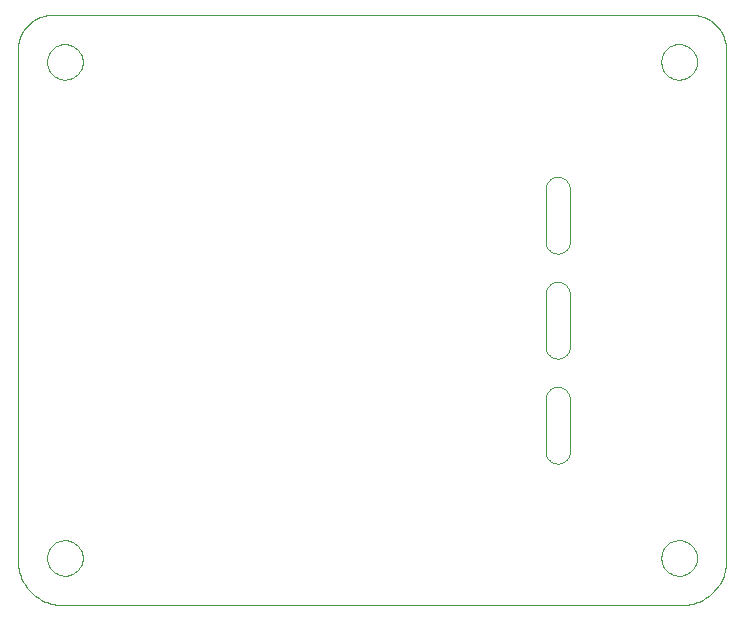
<source format=gm1>
G75*
%MOIN*%
%OFA0B0*%
%FSLAX24Y24*%
%IPPOS*%
%LPD*%
%AMOC8*
5,1,8,0,0,1.08239X$1,22.5*
%
%ADD10C,0.0000*%
D10*
X001600Y000100D02*
X022217Y000100D01*
X022293Y000102D01*
X022369Y000108D01*
X022445Y000117D01*
X022520Y000131D01*
X022594Y000148D01*
X022668Y000169D01*
X022740Y000194D01*
X022811Y000222D01*
X022880Y000254D01*
X022947Y000289D01*
X023013Y000328D01*
X023077Y000370D01*
X023138Y000415D01*
X023197Y000463D01*
X023254Y000514D01*
X023308Y000568D01*
X023359Y000625D01*
X023407Y000684D01*
X023452Y000745D01*
X023494Y000809D01*
X023533Y000875D01*
X023568Y000942D01*
X023600Y001011D01*
X023628Y001082D01*
X023653Y001154D01*
X023674Y001228D01*
X023691Y001302D01*
X023705Y001377D01*
X023714Y001453D01*
X023720Y001529D01*
X023722Y001605D01*
X023722Y018594D01*
X023720Y018661D01*
X023715Y018727D01*
X023705Y018793D01*
X023692Y018859D01*
X023675Y018924D01*
X023655Y018987D01*
X023631Y019050D01*
X023604Y019111D01*
X023573Y019170D01*
X023539Y019228D01*
X023502Y019283D01*
X023462Y019337D01*
X023419Y019388D01*
X023373Y019436D01*
X023325Y019482D01*
X023274Y019525D01*
X023220Y019565D01*
X023165Y019602D01*
X023107Y019636D01*
X023048Y019667D01*
X022987Y019694D01*
X022924Y019718D01*
X022861Y019738D01*
X022796Y019755D01*
X022730Y019768D01*
X022664Y019778D01*
X022598Y019783D01*
X022531Y019785D01*
X001285Y019785D01*
X001219Y019783D01*
X001152Y019778D01*
X001087Y019768D01*
X001021Y019755D01*
X000957Y019739D01*
X000894Y019719D01*
X000832Y019695D01*
X000771Y019668D01*
X000712Y019637D01*
X000655Y019603D01*
X000599Y019566D01*
X000546Y019526D01*
X000495Y019484D01*
X000447Y019438D01*
X000401Y019390D01*
X000359Y019339D01*
X000319Y019286D01*
X000282Y019230D01*
X000248Y019173D01*
X000217Y019114D01*
X000190Y019053D01*
X000166Y018991D01*
X000146Y018928D01*
X000130Y018864D01*
X000117Y018798D01*
X000107Y018733D01*
X000102Y018666D01*
X000100Y018600D01*
X000100Y001600D01*
X000102Y001524D01*
X000108Y001448D01*
X000117Y001373D01*
X000131Y001298D01*
X000148Y001224D01*
X000169Y001151D01*
X000193Y001079D01*
X000222Y001008D01*
X000253Y000939D01*
X000288Y000872D01*
X000327Y000807D01*
X000369Y000743D01*
X000414Y000682D01*
X000462Y000623D01*
X000513Y000567D01*
X000567Y000513D01*
X000623Y000462D01*
X000682Y000414D01*
X000743Y000369D01*
X000807Y000327D01*
X000872Y000288D01*
X000939Y000253D01*
X001008Y000222D01*
X001079Y000193D01*
X001151Y000169D01*
X001224Y000148D01*
X001298Y000131D01*
X001373Y000117D01*
X001448Y000108D01*
X001524Y000102D01*
X001600Y000100D01*
X001084Y001675D02*
X001086Y001723D01*
X001092Y001771D01*
X001102Y001818D01*
X001115Y001864D01*
X001133Y001909D01*
X001153Y001953D01*
X001178Y001995D01*
X001206Y002034D01*
X001236Y002071D01*
X001270Y002105D01*
X001307Y002137D01*
X001345Y002166D01*
X001386Y002191D01*
X001429Y002213D01*
X001474Y002231D01*
X001520Y002245D01*
X001567Y002256D01*
X001615Y002263D01*
X001663Y002266D01*
X001711Y002265D01*
X001759Y002260D01*
X001807Y002251D01*
X001853Y002239D01*
X001898Y002222D01*
X001942Y002202D01*
X001984Y002179D01*
X002024Y002152D01*
X002062Y002122D01*
X002097Y002089D01*
X002129Y002053D01*
X002159Y002015D01*
X002185Y001974D01*
X002207Y001931D01*
X002227Y001887D01*
X002242Y001842D01*
X002254Y001795D01*
X002262Y001747D01*
X002266Y001699D01*
X002266Y001651D01*
X002262Y001603D01*
X002254Y001555D01*
X002242Y001508D01*
X002227Y001463D01*
X002207Y001419D01*
X002185Y001376D01*
X002159Y001335D01*
X002129Y001297D01*
X002097Y001261D01*
X002062Y001228D01*
X002024Y001198D01*
X001984Y001171D01*
X001942Y001148D01*
X001898Y001128D01*
X001853Y001111D01*
X001807Y001099D01*
X001759Y001090D01*
X001711Y001085D01*
X001663Y001084D01*
X001615Y001087D01*
X001567Y001094D01*
X001520Y001105D01*
X001474Y001119D01*
X001429Y001137D01*
X001386Y001159D01*
X001345Y001184D01*
X001307Y001213D01*
X001270Y001245D01*
X001236Y001279D01*
X001206Y001316D01*
X001178Y001355D01*
X001153Y001397D01*
X001133Y001441D01*
X001115Y001486D01*
X001102Y001532D01*
X001092Y001579D01*
X001086Y001627D01*
X001084Y001675D01*
X017694Y005226D02*
X017694Y006976D01*
X017696Y007013D01*
X017701Y007050D01*
X017709Y007087D01*
X017721Y007122D01*
X017736Y007157D01*
X017755Y007189D01*
X017776Y007220D01*
X017800Y007249D01*
X017826Y007275D01*
X017855Y007299D01*
X017886Y007320D01*
X017918Y007339D01*
X017953Y007354D01*
X017988Y007366D01*
X018025Y007374D01*
X018062Y007379D01*
X018099Y007381D01*
X018137Y007379D01*
X018174Y007374D01*
X018210Y007365D01*
X018246Y007354D01*
X018280Y007338D01*
X018313Y007320D01*
X018344Y007299D01*
X018373Y007275D01*
X018400Y007248D01*
X018424Y007219D01*
X018445Y007188D01*
X018463Y007155D01*
X018479Y007121D01*
X018490Y007085D01*
X018499Y007049D01*
X018504Y007012D01*
X018506Y006974D01*
X018506Y005224D01*
X018504Y005187D01*
X018499Y005150D01*
X018491Y005113D01*
X018479Y005078D01*
X018464Y005043D01*
X018445Y005011D01*
X018424Y004980D01*
X018400Y004951D01*
X018374Y004925D01*
X018345Y004901D01*
X018314Y004880D01*
X018282Y004861D01*
X018247Y004846D01*
X018212Y004834D01*
X018175Y004826D01*
X018138Y004821D01*
X018101Y004819D01*
X018063Y004821D01*
X018026Y004826D01*
X017990Y004835D01*
X017954Y004846D01*
X017920Y004862D01*
X017887Y004880D01*
X017856Y004901D01*
X017827Y004925D01*
X017800Y004952D01*
X017776Y004981D01*
X017755Y005012D01*
X017737Y005045D01*
X017721Y005079D01*
X017710Y005115D01*
X017701Y005151D01*
X017696Y005188D01*
X017694Y005226D01*
X017694Y008726D02*
X017694Y010476D01*
X017696Y010513D01*
X017701Y010550D01*
X017709Y010587D01*
X017721Y010622D01*
X017736Y010657D01*
X017755Y010689D01*
X017776Y010720D01*
X017800Y010749D01*
X017826Y010775D01*
X017855Y010799D01*
X017886Y010820D01*
X017918Y010839D01*
X017953Y010854D01*
X017988Y010866D01*
X018025Y010874D01*
X018062Y010879D01*
X018099Y010881D01*
X018137Y010879D01*
X018174Y010874D01*
X018210Y010865D01*
X018246Y010854D01*
X018280Y010838D01*
X018313Y010820D01*
X018344Y010799D01*
X018373Y010775D01*
X018400Y010748D01*
X018424Y010719D01*
X018445Y010688D01*
X018463Y010655D01*
X018479Y010621D01*
X018490Y010585D01*
X018499Y010549D01*
X018504Y010512D01*
X018506Y010474D01*
X018506Y008724D01*
X018504Y008687D01*
X018499Y008650D01*
X018491Y008613D01*
X018479Y008578D01*
X018464Y008543D01*
X018445Y008511D01*
X018424Y008480D01*
X018400Y008451D01*
X018374Y008425D01*
X018345Y008401D01*
X018314Y008380D01*
X018282Y008361D01*
X018247Y008346D01*
X018212Y008334D01*
X018175Y008326D01*
X018138Y008321D01*
X018101Y008319D01*
X018063Y008321D01*
X018026Y008326D01*
X017990Y008335D01*
X017954Y008346D01*
X017920Y008362D01*
X017887Y008380D01*
X017856Y008401D01*
X017827Y008425D01*
X017800Y008452D01*
X017776Y008481D01*
X017755Y008512D01*
X017737Y008545D01*
X017721Y008579D01*
X017710Y008615D01*
X017701Y008651D01*
X017696Y008688D01*
X017694Y008726D01*
X017694Y012226D02*
X017694Y013976D01*
X017696Y014013D01*
X017701Y014050D01*
X017709Y014087D01*
X017721Y014122D01*
X017736Y014157D01*
X017755Y014189D01*
X017776Y014220D01*
X017800Y014249D01*
X017826Y014275D01*
X017855Y014299D01*
X017886Y014320D01*
X017918Y014339D01*
X017953Y014354D01*
X017988Y014366D01*
X018025Y014374D01*
X018062Y014379D01*
X018099Y014381D01*
X018137Y014379D01*
X018174Y014374D01*
X018210Y014365D01*
X018246Y014354D01*
X018280Y014338D01*
X018313Y014320D01*
X018344Y014299D01*
X018373Y014275D01*
X018400Y014248D01*
X018424Y014219D01*
X018445Y014188D01*
X018463Y014155D01*
X018479Y014121D01*
X018490Y014085D01*
X018499Y014049D01*
X018504Y014012D01*
X018506Y013974D01*
X018506Y012224D01*
X018504Y012187D01*
X018499Y012150D01*
X018491Y012113D01*
X018479Y012078D01*
X018464Y012043D01*
X018445Y012011D01*
X018424Y011980D01*
X018400Y011951D01*
X018374Y011925D01*
X018345Y011901D01*
X018314Y011880D01*
X018282Y011861D01*
X018247Y011846D01*
X018212Y011834D01*
X018175Y011826D01*
X018138Y011821D01*
X018101Y011819D01*
X018063Y011821D01*
X018026Y011826D01*
X017990Y011835D01*
X017954Y011846D01*
X017920Y011862D01*
X017887Y011880D01*
X017856Y011901D01*
X017827Y011925D01*
X017800Y011952D01*
X017776Y011981D01*
X017755Y012012D01*
X017737Y012045D01*
X017721Y012079D01*
X017710Y012115D01*
X017701Y012151D01*
X017696Y012188D01*
X017694Y012226D01*
X021556Y018210D02*
X021558Y018258D01*
X021564Y018306D01*
X021574Y018353D01*
X021587Y018399D01*
X021605Y018444D01*
X021625Y018488D01*
X021650Y018530D01*
X021678Y018569D01*
X021708Y018606D01*
X021742Y018640D01*
X021779Y018672D01*
X021817Y018701D01*
X021858Y018726D01*
X021901Y018748D01*
X021946Y018766D01*
X021992Y018780D01*
X022039Y018791D01*
X022087Y018798D01*
X022135Y018801D01*
X022183Y018800D01*
X022231Y018795D01*
X022279Y018786D01*
X022325Y018774D01*
X022370Y018757D01*
X022414Y018737D01*
X022456Y018714D01*
X022496Y018687D01*
X022534Y018657D01*
X022569Y018624D01*
X022601Y018588D01*
X022631Y018550D01*
X022657Y018509D01*
X022679Y018466D01*
X022699Y018422D01*
X022714Y018377D01*
X022726Y018330D01*
X022734Y018282D01*
X022738Y018234D01*
X022738Y018186D01*
X022734Y018138D01*
X022726Y018090D01*
X022714Y018043D01*
X022699Y017998D01*
X022679Y017954D01*
X022657Y017911D01*
X022631Y017870D01*
X022601Y017832D01*
X022569Y017796D01*
X022534Y017763D01*
X022496Y017733D01*
X022456Y017706D01*
X022414Y017683D01*
X022370Y017663D01*
X022325Y017646D01*
X022279Y017634D01*
X022231Y017625D01*
X022183Y017620D01*
X022135Y017619D01*
X022087Y017622D01*
X022039Y017629D01*
X021992Y017640D01*
X021946Y017654D01*
X021901Y017672D01*
X021858Y017694D01*
X021817Y017719D01*
X021779Y017748D01*
X021742Y017780D01*
X021708Y017814D01*
X021678Y017851D01*
X021650Y017890D01*
X021625Y017932D01*
X021605Y017976D01*
X021587Y018021D01*
X021574Y018067D01*
X021564Y018114D01*
X021558Y018162D01*
X021556Y018210D01*
X021556Y001675D02*
X021558Y001723D01*
X021564Y001771D01*
X021574Y001818D01*
X021587Y001864D01*
X021605Y001909D01*
X021625Y001953D01*
X021650Y001995D01*
X021678Y002034D01*
X021708Y002071D01*
X021742Y002105D01*
X021779Y002137D01*
X021817Y002166D01*
X021858Y002191D01*
X021901Y002213D01*
X021946Y002231D01*
X021992Y002245D01*
X022039Y002256D01*
X022087Y002263D01*
X022135Y002266D01*
X022183Y002265D01*
X022231Y002260D01*
X022279Y002251D01*
X022325Y002239D01*
X022370Y002222D01*
X022414Y002202D01*
X022456Y002179D01*
X022496Y002152D01*
X022534Y002122D01*
X022569Y002089D01*
X022601Y002053D01*
X022631Y002015D01*
X022657Y001974D01*
X022679Y001931D01*
X022699Y001887D01*
X022714Y001842D01*
X022726Y001795D01*
X022734Y001747D01*
X022738Y001699D01*
X022738Y001651D01*
X022734Y001603D01*
X022726Y001555D01*
X022714Y001508D01*
X022699Y001463D01*
X022679Y001419D01*
X022657Y001376D01*
X022631Y001335D01*
X022601Y001297D01*
X022569Y001261D01*
X022534Y001228D01*
X022496Y001198D01*
X022456Y001171D01*
X022414Y001148D01*
X022370Y001128D01*
X022325Y001111D01*
X022279Y001099D01*
X022231Y001090D01*
X022183Y001085D01*
X022135Y001084D01*
X022087Y001087D01*
X022039Y001094D01*
X021992Y001105D01*
X021946Y001119D01*
X021901Y001137D01*
X021858Y001159D01*
X021817Y001184D01*
X021779Y001213D01*
X021742Y001245D01*
X021708Y001279D01*
X021678Y001316D01*
X021650Y001355D01*
X021625Y001397D01*
X021605Y001441D01*
X021587Y001486D01*
X021574Y001532D01*
X021564Y001579D01*
X021558Y001627D01*
X021556Y001675D01*
X001084Y018210D02*
X001086Y018258D01*
X001092Y018306D01*
X001102Y018353D01*
X001115Y018399D01*
X001133Y018444D01*
X001153Y018488D01*
X001178Y018530D01*
X001206Y018569D01*
X001236Y018606D01*
X001270Y018640D01*
X001307Y018672D01*
X001345Y018701D01*
X001386Y018726D01*
X001429Y018748D01*
X001474Y018766D01*
X001520Y018780D01*
X001567Y018791D01*
X001615Y018798D01*
X001663Y018801D01*
X001711Y018800D01*
X001759Y018795D01*
X001807Y018786D01*
X001853Y018774D01*
X001898Y018757D01*
X001942Y018737D01*
X001984Y018714D01*
X002024Y018687D01*
X002062Y018657D01*
X002097Y018624D01*
X002129Y018588D01*
X002159Y018550D01*
X002185Y018509D01*
X002207Y018466D01*
X002227Y018422D01*
X002242Y018377D01*
X002254Y018330D01*
X002262Y018282D01*
X002266Y018234D01*
X002266Y018186D01*
X002262Y018138D01*
X002254Y018090D01*
X002242Y018043D01*
X002227Y017998D01*
X002207Y017954D01*
X002185Y017911D01*
X002159Y017870D01*
X002129Y017832D01*
X002097Y017796D01*
X002062Y017763D01*
X002024Y017733D01*
X001984Y017706D01*
X001942Y017683D01*
X001898Y017663D01*
X001853Y017646D01*
X001807Y017634D01*
X001759Y017625D01*
X001711Y017620D01*
X001663Y017619D01*
X001615Y017622D01*
X001567Y017629D01*
X001520Y017640D01*
X001474Y017654D01*
X001429Y017672D01*
X001386Y017694D01*
X001345Y017719D01*
X001307Y017748D01*
X001270Y017780D01*
X001236Y017814D01*
X001206Y017851D01*
X001178Y017890D01*
X001153Y017932D01*
X001133Y017976D01*
X001115Y018021D01*
X001102Y018067D01*
X001092Y018114D01*
X001086Y018162D01*
X001084Y018210D01*
M02*

</source>
